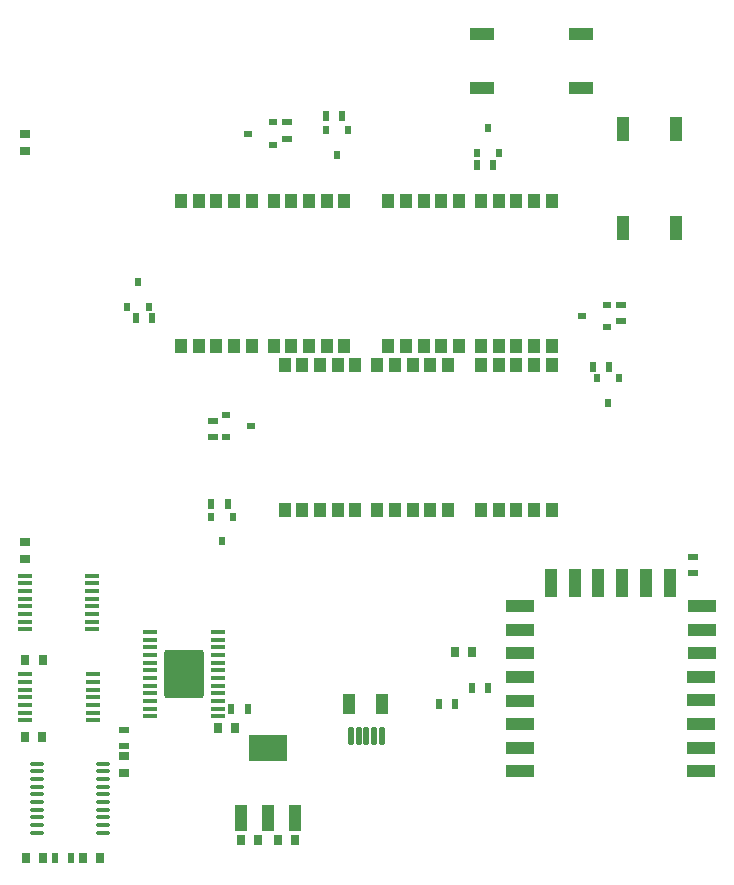
<source format=gbr>
%TF.GenerationSoftware,Altium Limited,Altium Designer,20.1.8 (145)*%
G04 Layer_Color=128*
%FSLAX44Y44*%
%MOMM*%
%TF.SameCoordinates,136F3CA4-168E-489F-BF15-BD865E51D291*%
%TF.FilePolarity,Positive*%
%TF.FileFunction,Paste,Bot*%
%TF.Part,Single*%
G01*
G75*
%TA.AperFunction,SMDPad,CuDef*%
G04:AMPARAMS|DCode=61|XSize=2.1mm|YSize=1mm|CornerRadius=0.05mm|HoleSize=0mm|Usage=FLASHONLY|Rotation=90.000|XOffset=0mm|YOffset=0mm|HoleType=Round|Shape=RoundedRectangle|*
%AMROUNDEDRECTD61*
21,1,2.1000,0.9000,0,0,90.0*
21,1,2.0000,1.0000,0,0,90.0*
1,1,0.1000,0.4500,1.0000*
1,1,0.1000,0.4500,-1.0000*
1,1,0.1000,-0.4500,-1.0000*
1,1,0.1000,-0.4500,1.0000*
%
%ADD61ROUNDEDRECTD61*%
G04:AMPARAMS|DCode=62|XSize=2.1mm|YSize=1mm|CornerRadius=0.05mm|HoleSize=0mm|Usage=FLASHONLY|Rotation=180.000|XOffset=0mm|YOffset=0mm|HoleType=Round|Shape=RoundedRectangle|*
%AMROUNDEDRECTD62*
21,1,2.1000,0.9000,0,0,180.0*
21,1,2.0000,1.0000,0,0,180.0*
1,1,0.1000,-1.0000,0.4500*
1,1,0.1000,1.0000,0.4500*
1,1,0.1000,1.0000,-0.4500*
1,1,0.1000,-1.0000,-0.4500*
%
%ADD62ROUNDEDRECTD62*%
G04:AMPARAMS|DCode=63|XSize=1mm|YSize=1.25mm|CornerRadius=0.005mm|HoleSize=0mm|Usage=FLASHONLY|Rotation=180.000|XOffset=0mm|YOffset=0mm|HoleType=Round|Shape=RoundedRectangle|*
%AMROUNDEDRECTD63*
21,1,1.0000,1.2400,0,0,180.0*
21,1,0.9900,1.2500,0,0,180.0*
1,1,0.0100,-0.4950,0.6200*
1,1,0.0100,0.4950,0.6200*
1,1,0.0100,0.4950,-0.6200*
1,1,0.0100,-0.4950,-0.6200*
%
%ADD63ROUNDEDRECTD63*%
G04:AMPARAMS|DCode=64|XSize=0.85mm|YSize=0.6mm|CornerRadius=0.003mm|HoleSize=0mm|Usage=FLASHONLY|Rotation=0.000|XOffset=0mm|YOffset=0mm|HoleType=Round|Shape=RoundedRectangle|*
%AMROUNDEDRECTD64*
21,1,0.8500,0.5940,0,0,0.0*
21,1,0.8440,0.6000,0,0,0.0*
1,1,0.0060,0.4220,-0.2970*
1,1,0.0060,-0.4220,-0.2970*
1,1,0.0060,-0.4220,0.2970*
1,1,0.0060,0.4220,0.2970*
%
%ADD64ROUNDEDRECTD64*%
G04:AMPARAMS|DCode=65|XSize=0.85mm|YSize=0.6mm|CornerRadius=0.003mm|HoleSize=0mm|Usage=FLASHONLY|Rotation=270.000|XOffset=0mm|YOffset=0mm|HoleType=Round|Shape=RoundedRectangle|*
%AMROUNDEDRECTD65*
21,1,0.8500,0.5940,0,0,270.0*
21,1,0.8440,0.6000,0,0,270.0*
1,1,0.0060,-0.2970,-0.4220*
1,1,0.0060,-0.2970,0.4220*
1,1,0.0060,0.2970,0.4220*
1,1,0.0060,0.2970,-0.4220*
%
%ADD65ROUNDEDRECTD65*%
%ADD66O,1.2000X0.4000*%
G04:AMPARAMS|DCode=67|XSize=3.355mm|YSize=4.12mm|CornerRadius=0.2852mm|HoleSize=0mm|Usage=FLASHONLY|Rotation=0.000|XOffset=0mm|YOffset=0mm|HoleType=Round|Shape=RoundedRectangle|*
%AMROUNDEDRECTD67*
21,1,3.3550,3.5497,0,0,0.0*
21,1,2.7847,4.1200,0,0,0.0*
1,1,0.5704,1.3923,-1.7748*
1,1,0.5704,-1.3923,-1.7748*
1,1,0.5704,-1.3923,1.7748*
1,1,0.5704,1.3923,1.7748*
%
%ADD67ROUNDEDRECTD67*%
%ADD68O,1.1500X0.4000*%
G04:AMPARAMS|DCode=69|XSize=1.65mm|YSize=0.95mm|CornerRadius=0.0048mm|HoleSize=0mm|Usage=FLASHONLY|Rotation=270.000|XOffset=0mm|YOffset=0mm|HoleType=Round|Shape=RoundedRectangle|*
%AMROUNDEDRECTD69*
21,1,1.6500,0.9405,0,0,270.0*
21,1,1.6405,0.9500,0,0,270.0*
1,1,0.0095,-0.4703,-0.8203*
1,1,0.0095,-0.4703,0.8203*
1,1,0.0095,0.4703,0.8203*
1,1,0.0095,0.4703,-0.8203*
%
%ADD69ROUNDEDRECTD69*%
G04:AMPARAMS|DCode=70|XSize=1mm|YSize=2.15mm|CornerRadius=0.005mm|HoleSize=0mm|Usage=FLASHONLY|Rotation=0.000|XOffset=0mm|YOffset=0mm|HoleType=Round|Shape=RoundedRectangle|*
%AMROUNDEDRECTD70*
21,1,1.0000,2.1400,0,0,0.0*
21,1,0.9900,2.1500,0,0,0.0*
1,1,0.0100,0.4950,-1.0700*
1,1,0.0100,-0.4950,-1.0700*
1,1,0.0100,-0.4950,1.0700*
1,1,0.0100,0.4950,1.0700*
%
%ADD70ROUNDEDRECTD70*%
G04:AMPARAMS|DCode=71|XSize=3.25mm|YSize=2.15mm|CornerRadius=0.0108mm|HoleSize=0mm|Usage=FLASHONLY|Rotation=0.000|XOffset=0mm|YOffset=0mm|HoleType=Round|Shape=RoundedRectangle|*
%AMROUNDEDRECTD71*
21,1,3.2500,2.1285,0,0,0.0*
21,1,3.2285,2.1500,0,0,0.0*
1,1,0.0215,1.6143,-1.0642*
1,1,0.0215,-1.6143,-1.0642*
1,1,0.0215,-1.6143,1.0642*
1,1,0.0215,1.6143,1.0642*
%
%ADD71ROUNDEDRECTD71*%
G04:AMPARAMS|DCode=72|XSize=0.55mm|YSize=0.7mm|CornerRadius=0.0028mm|HoleSize=0mm|Usage=FLASHONLY|Rotation=0.000|XOffset=0mm|YOffset=0mm|HoleType=Round|Shape=RoundedRectangle|*
%AMROUNDEDRECTD72*
21,1,0.5500,0.6945,0,0,0.0*
21,1,0.5445,0.7000,0,0,0.0*
1,1,0.0055,0.2723,-0.3473*
1,1,0.0055,-0.2723,-0.3473*
1,1,0.0055,-0.2723,0.3473*
1,1,0.0055,0.2723,0.3473*
%
%ADD72ROUNDEDRECTD72*%
G04:AMPARAMS|DCode=73|XSize=0.55mm|YSize=0.7mm|CornerRadius=0.0028mm|HoleSize=0mm|Usage=FLASHONLY|Rotation=90.000|XOffset=0mm|YOffset=0mm|HoleType=Round|Shape=RoundedRectangle|*
%AMROUNDEDRECTD73*
21,1,0.5500,0.6945,0,0,90.0*
21,1,0.5445,0.7000,0,0,90.0*
1,1,0.0055,0.3473,0.2723*
1,1,0.0055,0.3473,-0.2723*
1,1,0.0055,-0.3473,-0.2723*
1,1,0.0055,-0.3473,0.2723*
%
%ADD73ROUNDEDRECTD73*%
G04:AMPARAMS|DCode=74|XSize=1.1mm|YSize=2.3mm|CornerRadius=0.0055mm|HoleSize=0mm|Usage=FLASHONLY|Rotation=270.000|XOffset=0mm|YOffset=0mm|HoleType=Round|Shape=RoundedRectangle|*
%AMROUNDEDRECTD74*
21,1,1.1000,2.2890,0,0,270.0*
21,1,1.0890,2.3000,0,0,270.0*
1,1,0.0110,-1.1445,-0.5445*
1,1,0.0110,-1.1445,0.5445*
1,1,0.0110,1.1445,0.5445*
1,1,0.0110,1.1445,-0.5445*
%
%ADD74ROUNDEDRECTD74*%
G04:AMPARAMS|DCode=75|XSize=1.1mm|YSize=2.3mm|CornerRadius=0.0055mm|HoleSize=0mm|Usage=FLASHONLY|Rotation=180.000|XOffset=0mm|YOffset=0mm|HoleType=Round|Shape=RoundedRectangle|*
%AMROUNDEDRECTD75*
21,1,1.1000,2.2890,0,0,180.0*
21,1,1.0890,2.3000,0,0,180.0*
1,1,0.0110,-0.5445,1.1445*
1,1,0.0110,0.5445,1.1445*
1,1,0.0110,0.5445,-1.1445*
1,1,0.0110,-0.5445,-1.1445*
%
%ADD75ROUNDEDRECTD75*%
G04:AMPARAMS|DCode=76|XSize=0.45mm|YSize=1.5mm|CornerRadius=0.1125mm|HoleSize=0mm|Usage=FLASHONLY|Rotation=180.000|XOffset=0mm|YOffset=0mm|HoleType=Round|Shape=RoundedRectangle|*
%AMROUNDEDRECTD76*
21,1,0.4500,1.2750,0,0,180.0*
21,1,0.2250,1.5000,0,0,180.0*
1,1,0.2250,-0.1125,0.6375*
1,1,0.2250,0.1125,0.6375*
1,1,0.2250,0.1125,-0.6375*
1,1,0.2250,-0.1125,-0.6375*
%
%ADD76ROUNDEDRECTD76*%
G04:AMPARAMS|DCode=77|XSize=0.85mm|YSize=0.5mm|CornerRadius=0.0025mm|HoleSize=0mm|Usage=FLASHONLY|Rotation=270.000|XOffset=0mm|YOffset=0mm|HoleType=Round|Shape=RoundedRectangle|*
%AMROUNDEDRECTD77*
21,1,0.8500,0.4950,0,0,270.0*
21,1,0.8450,0.5000,0,0,270.0*
1,1,0.0050,-0.2475,-0.4225*
1,1,0.0050,-0.2475,0.4225*
1,1,0.0050,0.2475,0.4225*
1,1,0.0050,0.2475,-0.4225*
%
%ADD77ROUNDEDRECTD77*%
G04:AMPARAMS|DCode=78|XSize=0.85mm|YSize=0.5mm|CornerRadius=0.0025mm|HoleSize=0mm|Usage=FLASHONLY|Rotation=180.000|XOffset=0mm|YOffset=0mm|HoleType=Round|Shape=RoundedRectangle|*
%AMROUNDEDRECTD78*
21,1,0.8500,0.4950,0,0,180.0*
21,1,0.8450,0.5000,0,0,180.0*
1,1,0.0050,-0.4225,0.2475*
1,1,0.0050,0.4225,0.2475*
1,1,0.0050,0.4225,-0.2475*
1,1,0.0050,-0.4225,-0.2475*
%
%ADD78ROUNDEDRECTD78*%
D61*
X262148Y97990D02*
D03*
Y181990D02*
D03*
X217148Y97990D02*
D03*
Y181990D02*
D03*
D62*
X97994Y217058D02*
D03*
X181994D02*
D03*
X97994Y262058D02*
D03*
X181994D02*
D03*
D63*
X63500Y-1320D02*
D03*
X48500D02*
D03*
X33500D02*
D03*
X18500D02*
D03*
X78500D02*
D03*
X63500Y121320D02*
D03*
X33500D02*
D03*
X48500D02*
D03*
X18500D02*
D03*
X78500D02*
D03*
X-18500D02*
D03*
X-78500D02*
D03*
X-48500D02*
D03*
X-63500D02*
D03*
X-33500D02*
D03*
X-18500Y-1320D02*
D03*
X-78500D02*
D03*
X-63500D02*
D03*
X-48500D02*
D03*
X-33500D02*
D03*
X142000Y-140320D02*
D03*
X127000D02*
D03*
X112000D02*
D03*
X97000D02*
D03*
X157000D02*
D03*
X142000Y-17680D02*
D03*
X112000D02*
D03*
X127000D02*
D03*
X97000D02*
D03*
X157000D02*
D03*
X157000Y121320D02*
D03*
X97000D02*
D03*
X127000D02*
D03*
X112000D02*
D03*
X142000D02*
D03*
X157000Y-1320D02*
D03*
X97000D02*
D03*
X112000D02*
D03*
X127000D02*
D03*
X142000D02*
D03*
X54250Y-140320D02*
D03*
X39250D02*
D03*
X24250D02*
D03*
X9250D02*
D03*
X69250D02*
D03*
X54250Y-17680D02*
D03*
X24250D02*
D03*
X39250D02*
D03*
X9250D02*
D03*
X69250D02*
D03*
X-9250D02*
D03*
X-69250D02*
D03*
X-39250D02*
D03*
X-54250D02*
D03*
X-24250D02*
D03*
X-9250Y-140320D02*
D03*
X-69250D02*
D03*
X-54250D02*
D03*
X-39250D02*
D03*
X-24250D02*
D03*
X-112000Y-1320D02*
D03*
X-127000D02*
D03*
X-142000D02*
D03*
X-157000D02*
D03*
X-97000D02*
D03*
X-112000Y121320D02*
D03*
X-142000D02*
D03*
X-127000D02*
D03*
X-157000D02*
D03*
X-97000D02*
D03*
D64*
X-288838Y163030D02*
D03*
Y177530D02*
D03*
X-289324Y-167746D02*
D03*
Y-182246D02*
D03*
X-204732Y-363344D02*
D03*
Y-348843D02*
D03*
D65*
X-59971Y-419914D02*
D03*
X-74471D02*
D03*
X-111381Y-325492D02*
D03*
X-125881D02*
D03*
X-225570Y-435021D02*
D03*
X-240070D02*
D03*
X-91471Y-419914D02*
D03*
X-105971D02*
D03*
X74790Y-261112D02*
D03*
X89290D02*
D03*
X-274570Y-332578D02*
D03*
X-289070D02*
D03*
X-274062Y-267762D02*
D03*
X-288562D02*
D03*
X-288081Y-435021D02*
D03*
X-273581D02*
D03*
D66*
X-232324Y-196130D02*
D03*
Y-202630D02*
D03*
Y-209130D02*
D03*
Y-215630D02*
D03*
Y-222130D02*
D03*
Y-228630D02*
D03*
Y-235130D02*
D03*
Y-241630D02*
D03*
X-289324Y-196130D02*
D03*
Y-202630D02*
D03*
Y-209130D02*
D03*
Y-215630D02*
D03*
Y-222130D02*
D03*
Y-228630D02*
D03*
Y-235130D02*
D03*
Y-241630D02*
D03*
X-182881Y-315309D02*
D03*
Y-308809D02*
D03*
Y-302309D02*
D03*
Y-295809D02*
D03*
Y-289309D02*
D03*
Y-282809D02*
D03*
Y-276309D02*
D03*
Y-269809D02*
D03*
Y-263309D02*
D03*
Y-256809D02*
D03*
Y-250309D02*
D03*
Y-243809D02*
D03*
X-125881Y-315309D02*
D03*
Y-308809D02*
D03*
Y-302309D02*
D03*
Y-295809D02*
D03*
Y-289309D02*
D03*
Y-282809D02*
D03*
Y-276309D02*
D03*
Y-269809D02*
D03*
Y-263309D02*
D03*
Y-256809D02*
D03*
Y-250309D02*
D03*
Y-243809D02*
D03*
X-288562Y-318769D02*
D03*
Y-312269D02*
D03*
Y-305769D02*
D03*
Y-299269D02*
D03*
Y-292769D02*
D03*
Y-286269D02*
D03*
Y-279769D02*
D03*
X-231562Y-318769D02*
D03*
Y-312269D02*
D03*
Y-305769D02*
D03*
Y-299269D02*
D03*
Y-292769D02*
D03*
Y-286269D02*
D03*
Y-279769D02*
D03*
D67*
X-154381Y-279559D02*
D03*
D68*
X-222894Y-355231D02*
D03*
Y-361731D02*
D03*
Y-368231D02*
D03*
Y-374731D02*
D03*
Y-381231D02*
D03*
Y-387731D02*
D03*
Y-394231D02*
D03*
Y-400731D02*
D03*
Y-407231D02*
D03*
Y-413731D02*
D03*
X-278894Y-355231D02*
D03*
Y-361731D02*
D03*
Y-368231D02*
D03*
Y-374731D02*
D03*
Y-381231D02*
D03*
Y-387731D02*
D03*
Y-394231D02*
D03*
Y-400731D02*
D03*
Y-407231D02*
D03*
Y-413731D02*
D03*
D69*
X-15000Y-305000D02*
D03*
X13000D02*
D03*
D70*
X-59971Y-400937D02*
D03*
X-82971D02*
D03*
X-105971D02*
D03*
D71*
X-82971Y-342437D02*
D03*
D72*
X102903Y182834D02*
D03*
X93403Y161834D02*
D03*
X112403D02*
D03*
X204592Y-50153D02*
D03*
X214092Y-29153D02*
D03*
X195092D02*
D03*
X-121994Y-167155D02*
D03*
X-112494Y-146155D02*
D03*
X-131494D02*
D03*
X-193137Y52554D02*
D03*
X-202637Y31554D02*
D03*
X-183636D02*
D03*
X-25000Y160250D02*
D03*
X-15500Y181250D02*
D03*
X-34500D02*
D03*
D73*
X-99760Y178173D02*
D03*
X-78760Y168673D02*
D03*
Y187673D02*
D03*
X182609Y23682D02*
D03*
X203609Y14182D02*
D03*
Y33182D02*
D03*
X-97380Y-69630D02*
D03*
X-118380Y-60130D02*
D03*
Y-79130D02*
D03*
D74*
X283750Y-361730D02*
D03*
Y-341918D02*
D03*
Y-321598D02*
D03*
Y-301786D02*
D03*
Y-281720D02*
D03*
X284004Y-261654D02*
D03*
Y-241842D02*
D03*
X129794Y-222030D02*
D03*
Y-261908D02*
D03*
Y-281720D02*
D03*
Y-302040D02*
D03*
Y-321852D02*
D03*
Y-341918D02*
D03*
X284004Y-221776D02*
D03*
X129794Y-242096D02*
D03*
Y-361730D02*
D03*
D75*
X256810Y-202202D02*
D03*
X236490D02*
D03*
X216678D02*
D03*
X196358D02*
D03*
X176546D02*
D03*
X156734D02*
D03*
D76*
X0Y-331750D02*
D03*
X-13000D02*
D03*
X-6500D02*
D03*
X13000D02*
D03*
X6500D02*
D03*
D77*
X-100377Y-308809D02*
D03*
X-114377D02*
D03*
X75318Y-304800D02*
D03*
X61318D02*
D03*
X103290Y-291338D02*
D03*
X89290D02*
D03*
X-249879Y-435021D02*
D03*
X-263879D02*
D03*
X93403Y151581D02*
D03*
X107403D02*
D03*
X205624Y-19464D02*
D03*
X191624D02*
D03*
X-117494Y-135362D02*
D03*
X-131494D02*
D03*
X-181322Y21896D02*
D03*
X-195322D02*
D03*
X-20500Y192715D02*
D03*
X-34500D02*
D03*
D78*
X276860Y-194000D02*
D03*
Y-180000D02*
D03*
X-67462Y173673D02*
D03*
Y187673D02*
D03*
X215883Y19182D02*
D03*
Y33182D02*
D03*
X-129713Y-65130D02*
D03*
Y-79130D02*
D03*
X-204732Y-340505D02*
D03*
Y-326505D02*
D03*
%TF.MD5,6d74f115ff837958b454a89ebf13a5a1*%
M02*

</source>
